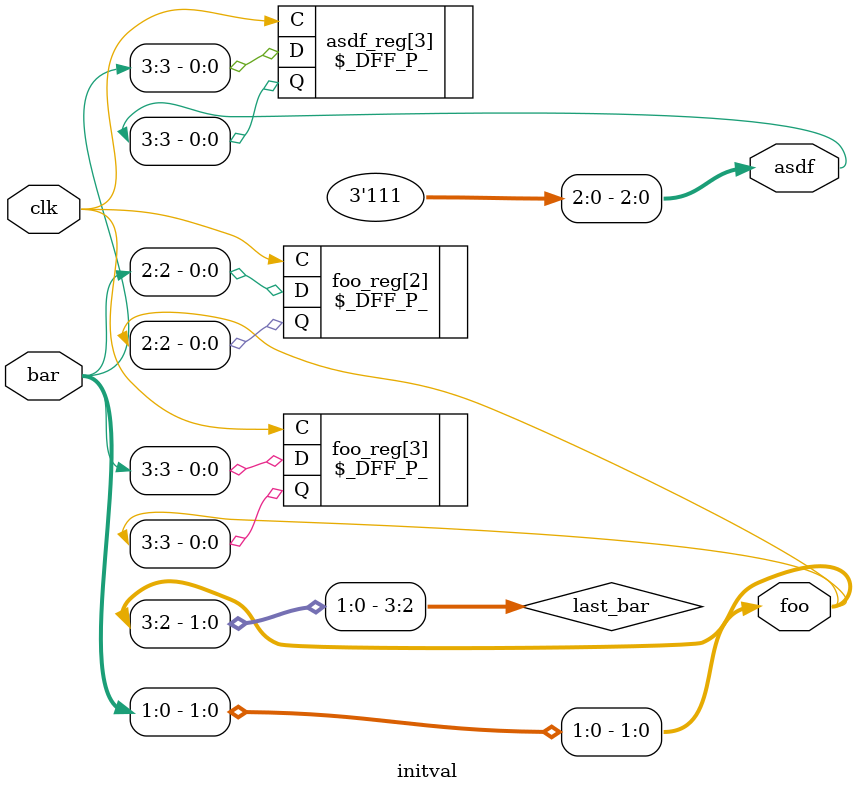
<source format=v>
/* Generated by Yosys 0.62+39 (git sha1 131911291-dirty, g++ 11.4.0-1ubuntu1~22.04.2 -Og -fPIC) */

(* keep =  1  *)
(* top =  1  *)
(* src = "dut.sv:1.1-21.10" *)
module initval(clk, bar, foo, asdf);
  (* src = "dut.sv:1.22-1.25" *)
  input clk;
  wire clk;
  (* src = "dut.sv:1.39-1.42" *)
  input [3:0] bar;
  wire [3:0] bar;
  (* init = 4'b00xx *)
  (* src = "dut.sv:1.57-1.60" *)
  output [3:0] foo;
  wire [3:0] foo;
  (* init = 4'b1xxx *)
  (* src = "dut.sv:1.62-1.66" *)
  output [3:0] asdf;
  wire [3:0] asdf;
  (* src = "dut.sv:3.13-3.21" *)
  (* unused_bits = "0 1" *)
  wire [3:0] last_bar;
  (* src = "dut.sv:18.24-20.53" *)
  \$check  #(
    .ARGS_WIDTH(32'd0),
    .FLAVOR("assert"),
    .FORMAT(),
    .PRIORITY(32'd0),
    .TRG_ENABLE(32'd0),
    .TRG_POLARITY(32'd0),
    .TRG_WIDTH(32'd0)
  ) _0_ (
    .A(1'h1),
    .ARGS(),
    .EN(1'h1),
    .TRG()
  );
  (* src = "dut.sv:9.3-10.26" *)
  \$_DFF_P_  \foo_reg[2]  /* _1_ */ (
    .C(clk),
    .D(bar[2]),
    .Q(foo[2])
  );
  (* src = "dut.sv:9.3-10.26" *)
  \$_DFF_P_  \foo_reg[3]  /* _2_ */ (
    .C(clk),
    .D(bar[3]),
    .Q(foo[3])
  );
  (* src = "dut.sv:15.3-16.23" *)
  \$_DFF_P_  \asdf_reg[3]  /* _3_ */ (
    .C(clk),
    .D(bar[3]),
    .Q(asdf[3])
  );
  assign last_bar[3:2] = foo[3:2];
  assign asdf[2:0] = 3'h7;
  assign foo[1:0] = bar[1:0];
endmodule

</source>
